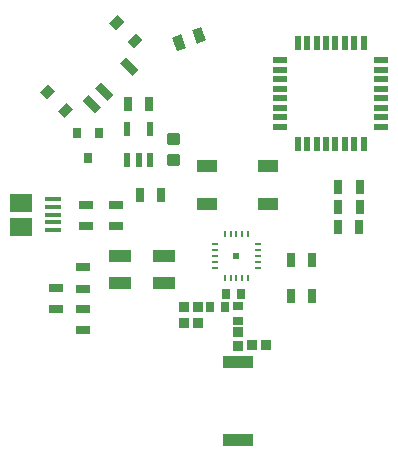
<source format=gtp>
G75*
%MOIN*%
%OFA0B0*%
%FSLAX25Y25*%
%IPPOS*%
%LPD*%
%AMOC8*
5,1,8,0,0,1.08239X$1,22.5*
%
%ADD10R,0.05000X0.02200*%
%ADD11R,0.02200X0.05000*%
%ADD12R,0.03150X0.03543*%
%ADD13R,0.06500X0.03937*%
%ADD14R,0.03150X0.04724*%
%ADD15R,0.04724X0.03150*%
%ADD16R,0.02165X0.04724*%
%ADD17R,0.05315X0.01575*%
%ADD18R,0.07480X0.05906*%
%ADD19R,0.10000X0.04000*%
%ADD20R,0.01969X0.01969*%
%ADD21R,0.00800X0.01900*%
%ADD22R,0.01900X0.00800*%
%ADD23R,0.03937X0.03150*%
%ADD24R,0.02756X0.05906*%
%ADD25R,0.07480X0.04331*%
%ADD26C,0.01181*%
%ADD27R,0.03346X0.03543*%
%ADD28R,0.03543X0.03346*%
%ADD29R,0.02756X0.03543*%
%ADD30R,0.03543X0.02756*%
D10*
X0099005Y0124713D03*
X0099005Y0127862D03*
X0099005Y0131012D03*
X0099005Y0134161D03*
X0099005Y0137311D03*
X0099005Y0140461D03*
X0099005Y0143610D03*
X0099005Y0146760D03*
X0132805Y0146760D03*
X0132805Y0143610D03*
X0132805Y0140461D03*
X0132805Y0137311D03*
X0132805Y0134161D03*
X0132805Y0131012D03*
X0132805Y0127862D03*
X0132805Y0124713D03*
D11*
X0126928Y0118836D03*
X0123779Y0118836D03*
X0120629Y0118836D03*
X0117480Y0118836D03*
X0114330Y0118836D03*
X0111180Y0118836D03*
X0108031Y0118836D03*
X0104881Y0118836D03*
X0104881Y0152636D03*
X0108031Y0152636D03*
X0111180Y0152636D03*
X0114330Y0152636D03*
X0117480Y0152636D03*
X0120629Y0152636D03*
X0123779Y0152636D03*
X0126928Y0152636D03*
D12*
X0038652Y0122585D03*
X0031171Y0122585D03*
X0034912Y0114317D03*
D13*
X0074579Y0111633D03*
X0074579Y0099035D03*
X0094870Y0099035D03*
X0094870Y0111633D03*
D14*
X0118407Y0104472D03*
X0118439Y0097867D03*
X0118323Y0091268D03*
X0125410Y0091268D03*
X0125525Y0097867D03*
X0125494Y0104472D03*
X0109674Y0080168D03*
X0102587Y0080168D03*
X0102587Y0068357D03*
X0109674Y0068357D03*
X0059281Y0101853D03*
X0052194Y0101853D03*
X0055416Y0132188D03*
X0048329Y0132188D03*
G36*
X0063113Y0154334D02*
X0066072Y0155412D01*
X0067687Y0150974D01*
X0064728Y0149896D01*
X0063113Y0154334D01*
G37*
G36*
X0069772Y0156757D02*
X0072731Y0157835D01*
X0074346Y0153397D01*
X0071387Y0152319D01*
X0069772Y0156757D01*
G37*
D15*
X0033296Y0056940D03*
X0033296Y0064026D03*
X0033296Y0070719D03*
X0033296Y0077806D03*
X0024275Y0070888D03*
X0024275Y0063801D03*
X0034214Y0091456D03*
X0034214Y0098542D03*
X0044469Y0098552D03*
X0044469Y0091465D03*
D16*
X0048136Y0113630D03*
X0051876Y0113630D03*
X0055616Y0113630D03*
X0055616Y0123867D03*
X0048136Y0123867D03*
D17*
X0023194Y0100419D03*
X0023194Y0097860D03*
X0023194Y0095301D03*
X0023194Y0092742D03*
X0023194Y0090183D03*
D18*
X0012564Y0091364D03*
X0012564Y0099238D03*
D19*
X0084875Y0046193D03*
X0084875Y0020193D03*
D20*
X0084482Y0081468D03*
D21*
X0084482Y0088768D03*
X0086432Y0088768D03*
X0088432Y0088768D03*
X0082532Y0088768D03*
X0080532Y0088768D03*
X0080532Y0074168D03*
X0082532Y0074168D03*
X0084482Y0074168D03*
X0086432Y0074168D03*
X0088432Y0074168D03*
D22*
X0091782Y0077518D03*
X0091782Y0079518D03*
X0091782Y0081468D03*
X0091782Y0083418D03*
X0091782Y0085418D03*
X0077182Y0085418D03*
X0077182Y0083418D03*
X0077182Y0081468D03*
X0077182Y0079518D03*
X0077182Y0077518D03*
D23*
G36*
X0025120Y0129869D02*
X0027902Y0132651D01*
X0030130Y0130423D01*
X0027348Y0127641D01*
X0025120Y0129869D01*
G37*
G36*
X0018996Y0135994D02*
X0021778Y0138776D01*
X0024006Y0136548D01*
X0021224Y0133766D01*
X0018996Y0135994D01*
G37*
G36*
X0042102Y0159100D02*
X0044884Y0161882D01*
X0047112Y0159654D01*
X0044330Y0156872D01*
X0042102Y0159100D01*
G37*
G36*
X0048226Y0152976D02*
X0051008Y0155758D01*
X0053236Y0153530D01*
X0050454Y0150748D01*
X0048226Y0152976D01*
G37*
D24*
G36*
X0045581Y0145875D02*
X0047530Y0147824D01*
X0051705Y0143649D01*
X0049756Y0141700D01*
X0045581Y0145875D01*
G37*
G36*
X0037230Y0137523D02*
X0039179Y0139472D01*
X0043354Y0135297D01*
X0041405Y0133348D01*
X0037230Y0137523D01*
G37*
G36*
X0033054Y0133347D02*
X0035003Y0135296D01*
X0039178Y0131121D01*
X0037229Y0129172D01*
X0033054Y0133347D01*
G37*
D25*
X0045713Y0081624D03*
X0045713Y0072569D03*
X0060279Y0072569D03*
X0060279Y0081624D03*
D26*
X0062099Y0115023D02*
X0064855Y0115023D01*
X0064855Y0112267D01*
X0062099Y0112267D01*
X0062099Y0115023D01*
X0062099Y0113447D02*
X0064855Y0113447D01*
X0064855Y0114627D02*
X0062099Y0114627D01*
X0062099Y0121928D02*
X0064855Y0121928D01*
X0064855Y0119172D01*
X0062099Y0119172D01*
X0062099Y0121928D01*
X0062099Y0120352D02*
X0064855Y0120352D01*
X0064855Y0121532D02*
X0062099Y0121532D01*
D27*
X0066984Y0064406D03*
X0071551Y0064406D03*
X0071564Y0059323D03*
X0066997Y0059323D03*
X0089682Y0051809D03*
X0094249Y0051809D03*
D28*
X0084871Y0051507D03*
X0084871Y0056073D03*
D29*
X0080737Y0064420D03*
X0080930Y0068951D03*
X0086048Y0068951D03*
X0075619Y0064420D03*
D30*
X0084871Y0065010D03*
X0084871Y0059892D03*
M02*

</source>
